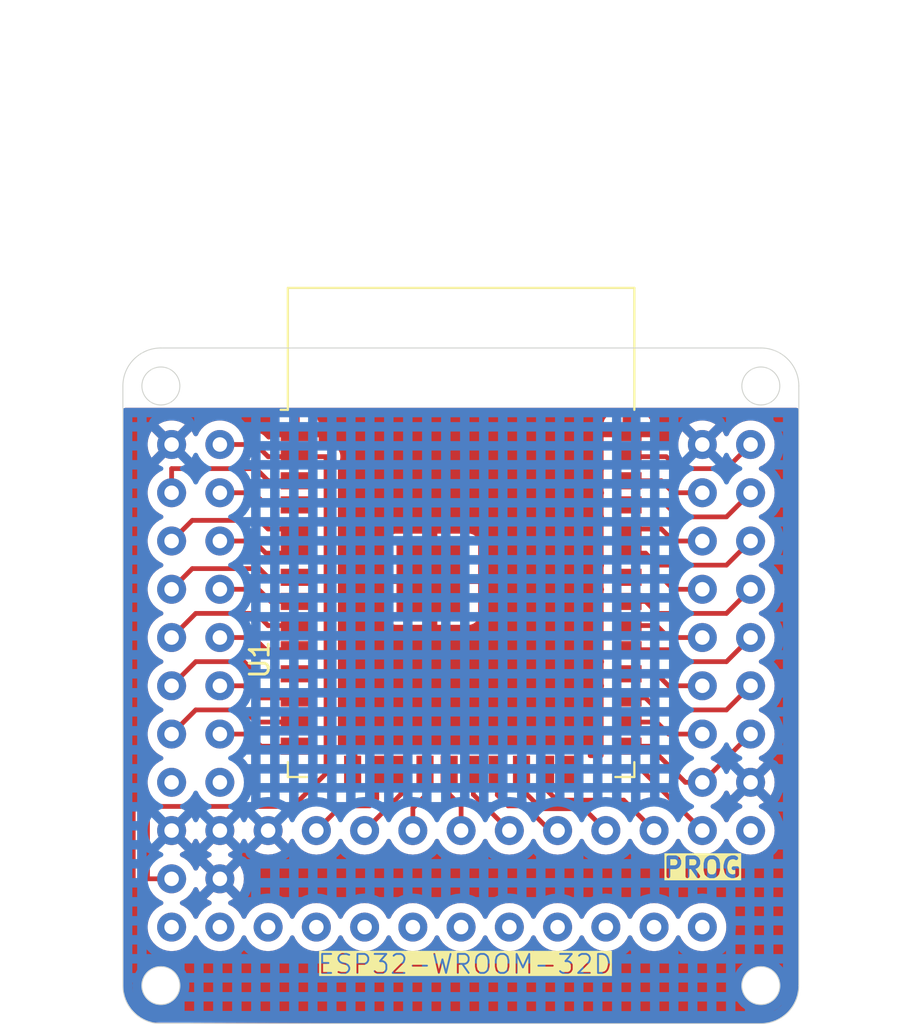
<source format=kicad_pcb>
(kicad_pcb (version 20240108) (generator "pcbnew") (generator_version "8.0")
  (layers (0 "F.Cu" signal) (31 "B.Cu" signal) (34 "B.Paste" user) (35 "F.Paste" user) (36 "B.SilkS" user "B.Silkscreen") (37 "F.SilkS" user "F.Silkscreen") (38 "B.Mask" user) (39 "F.Mask" user) (44 "Edge.Cuts" user))
  (net 0 "")
  (net 1 "unconnected-(U1-VDD-Pad2)")
  (net 2 "unconnected-(U1-EN-Pad3)")
  (net 3 "unconnected-(U1-SENSOR_VP-Pad4)")
  (net 4 "unconnected-(U1-SENSOR_VN-Pad5)")
  (net 5 "unconnected-(U1-IO34-Pad6)")
  (net 6 "unconnected-(U1-IO35-Pad7)")
  (net 7 "unconnected-(U1-IO32-Pad8)")
  (net 8 "unconnected-(U1-IO33-Pad9)")
  (net 9 "unconnected-(U1-IO25-Pad10)")
  (net 10 "unconnected-(U1-IO26-Pad11)")
  (net 11 "unconnected-(U1-IO27-Pad12)")
  (net 12 "unconnected-(U1-IO14-Pad13)")
  (net 13 "unconnected-(U1-IO12-Pad14)")
  (net 14 "unconnected-(U1-IO13-Pad16)")
  (net 15 "unconnected-(U1-SHD{slash}SD2-Pad17)")
  (net 16 "unconnected-(U1-SWP{slash}SD3-Pad18)")
  (net 17 "unconnected-(U1-SCS{slash}CMD-Pad19)")
  (net 18 "unconnected-(U1-SCK{slash}CLK-Pad20)")
  (net 19 "unconnected-(U1-SDO{slash}SD0-Pad21)")
  (net 20 "unconnected-(U1-SDI{slash}SD1-Pad22)")
  (net 21 "unconnected-(U1-IO15-Pad23)")
  (net 22 "unconnected-(U1-IO2-Pad24)")
  (net 23 "unconnected-(U1-IO0-Pad25)")
  (net 24 "unconnected-(U1-IO4-Pad26)")
  (net 25 "unconnected-(U1-IO16-Pad27)")
  (net 26 "unconnected-(U1-IO17-Pad28)")
  (net 27 "unconnected-(U1-IO5-Pad29)")
  (net 28 "unconnected-(U1-IO18-Pad30)")
  (net 29 "unconnected-(U1-IO19-Pad31)")
  (net 30 "unconnected-(U1-NC-Pad32)")
  (net 31 "unconnected-(U1-IO21-Pad33)")
  (net 32 "unconnected-(U1-RXD0{slash}IO3-Pad34)")
  (net 33 "unconnected-(U1-TXD0{slash}IO1-Pad35)")
  (net 34 "unconnected-(U1-IO22-Pad36)")
  (net 35 "unconnected-(U1-IO23-Pad37)")
  (net 37 "GND")
  (footprint "Alexander Footprint Library:ESP32-WROOM-Adapter-Legacy-v2" (layer "F.Cu") (at 160.02 88.9)
    (property "Reference" "U1" (at -10.61 3.7 90) (layer "F.SilkS"))
    (property "Value" "ESP32-WROOM-32D")
    (fp_line (start -9.12 -15.86) (end -9.12 -9.445) (stroke (width 0.12)) (layer "F.SilkS"))
    (fp_line (start -9.12 -15.86) (end 9.12 -15.86) (stroke (width 0.12)) (layer "F.SilkS"))
    (fp_line (start -9.12 -9.445) (end -9.5 -9.445) (stroke (width 0.12)) (layer "F.SilkS"))
    (fp_line (start -9.12 9.1) (end -9.12 9.88) (stroke (width 0.12)) (layer "F.SilkS"))
    (fp_line (start -9.12 9.88) (end -8.12 9.88) (stroke (width 0.12)) (layer "F.SilkS"))
    (fp_line (start 9.12 -15.86) (end 9.12 -9.445) (stroke (width 0.12)) (layer "F.SilkS"))
    (fp_line (start 9.12 9.1) (end 9.12 9.88) (stroke (width 0.12)) (layer "F.SilkS"))
    (fp_line (start 9.12 9.88) (end 8.12 9.88) (stroke (width 0.12)) (layer "F.SilkS"))
    (fp_line (start -17.8054 20.86) (end -17.8054 -10.7) (stroke (width 0.05)) (layer "Edge.Cuts"))
    (fp_line (start -15.8054 -12.7) (end 15.78 -12.7) (stroke (width 0.05)) (layer "Edge.Cuts"))
    (fp_line (start 15.78 22.86) (end -15.8054 22.86) (stroke (width 0.05)) (layer "Edge.Cuts"))
    (fp_line (start 17.78 -10.7) (end 17.78 20.86) (stroke (width 0.05)) (layer "Edge.Cuts"))
    (fp_arc (start -17.8054 -10.7) (mid -17.219614 -12.114214) (end -15.8054 -12.7) (stroke (width 0.05)) (layer "Edge.Cuts"))
    (fp_arc (start -15.8054 22.86) (mid -17.219614 22.274214) (end -17.8054 20.86) (stroke (width 0.05)) (layer "Edge.Cuts"))
    (fp_arc (start 15.78 -12.7) (mid 17.194214 -12.114214) (end 17.78 -10.7) (stroke (width 0.05)) (layer "Edge.Cuts"))
    (fp_arc (start 17.78 20.86) (mid 17.194214 22.274214) (end 15.78 22.86) (stroke (width 0.05)) (layer "Edge.Cuts"))
    (fp_circle (center -15.805401 -10.700001) (end -14.805401 -10.700001) (stroke (width 0.05)) (fill none) (layer "Edge.Cuts"))
    (fp_circle (center -15.805401 20.860001) (end -14.805401 20.860001) (stroke (width 0.05)) (fill none) (layer "Edge.Cuts"))
    (fp_circle (center 15.78 -10.7) (end 16.78 -10.7) (stroke (width 0.05)) (fill none) (layer "Edge.Cuts"))
    (fp_circle (center 15.78 20.86) (end 16.78 20.86) (stroke (width 0.05)) (fill none) (layer "Edge.Cuts"))
    (fp_text user "ESP32-WROOM-32D" (at -7.62 20.32 0) (layer "F.SilkS" knockout) (effects (font (thickness 0.1)) (justify left bottom)))
    (fp_text user "PROG" (at 12.7 15.24 0) (layer "F.SilkS" knockout) (effects (font (thickness 0.2) (bold yes)) (justify bottom)))
    (pad "" thru_hole circle (at -15.24 10.16) (size 1.524 1.524) (drill 0.762) (layers "*.Cu" "*.Mask"))
    (pad "" thru_hole circle (at -15.24 17.78 90) (size 1.524 1.524) (drill 0.762) (layers "*.Cu" "*.Mask"))
    (pad "" thru_hole circle (at -12.7 10.16) (size 1.524 1.524) (drill 0.762) (layers "*.Cu" "*.Mask"))
    (pad "" thru_hole circle (at -12.7 17.78 90) (size 1.524 1.524) (drill 0.762) (layers "*.Cu" "*.Mask"))
    (pad "" thru_hole circle (at -10.16 17.78 90) (size 1.524 1.524) (drill 0.762) (layers "*.Cu" "*.Mask"))
    (pad "" thru_hole circle (at -7.62 17.78 90) (size 1.524 1.524) (drill 0.762) (layers "*.Cu" "*.Mask"))
    (pad "" thru_hole circle (at -5.08 17.78 90) (size 1.524 1.524) (drill 0.762) (layers "*.Cu" "*.Mask"))
    (pad "" thru_hole circle (at -2.54 17.78 90) (size 1.524 1.524) (drill 0.762) (layers "*.Cu" "*.Mask"))
    (pad "" thru_hole circle (at 0 17.78 90) (size 1.524 1.524) (drill 0.762) (layers "*.Cu" "*.Mask"))
    (pad "" thru_hole circle (at 2.54 17.78 90) (size 1.524 1.524) (drill 0.762) (layers "*.Cu" "*.Mask"))
    (pad "" thru_hole circle (at 5.08 17.78 90) (size 1.524 1.524) (drill 0.762) (layers "*.Cu" "*.Mask"))
    (pad "" thru_hole circle (at 7.62 17.78 90) (size 1.524 1.524) (drill 0.762) (layers "*.Cu" "*.Mask"))
    (pad "" thru_hole circle (at 10.16 17.78 90) (size 1.524 1.524) (drill 0.762) (layers "*.Cu" "*.Mask"))
    (pad "" thru_hole circle (at 12.7 17.78 90) (size 1.524 1.524) (drill 0.762) (layers "*.Cu" "*.Mask"))
    (pad "" thru_hole circle (at 15.24 12.7 90) (size 1.524 1.524) (drill 0.762) (layers "*.Cu" "*.Mask"))
    (pad "1" thru_hole circle (at -15.24 -7.62) (size 1.524 1.524) (drill 0.762) (layers "*.Cu" "*.Mask") (net 37 "GND"))
    (pad "1" smd rect (at -8.75 -8.25) (size 1.5 0.9) (layers "F.Cu" "F.Paste" "F.Mask") (net 37 "GND"))
    (pad "2" thru_hole circle (at -15.24 15.24 90) (size 1.524 1.524) (drill 0.762) (layers "*.Cu" "*.Mask") (net 1 "unconnected-(U1-VDD-Pad2)"))
    (pad "2" thru_hole circle (at -12.7 -7.62) (size 1.524 1.524) (drill 0.762) (layers "*.Cu" "*.Mask") (net 1 "unconnected-(U1-VDD-Pad2)"))
    (pad "2" smd rect (at -8.75 -6.98) (size 1.5 0.9) (layers "F.Cu" "F.Paste" "F.Mask") (net 1 "unconnected-(U1-VDD-Pad2)"))
    (pad "3" thru_hole circle (at -15.24 -5.08) (size 1.524 1.524) (drill 0.762) (layers "*.Cu" "*.Mask") (net 2 "unconnected-(U1-EN-Pad3)"))
    (pad "3" smd rect (at -8.75 -5.71) (size 1.5 0.9) (layers "F.Cu" "F.Paste" "F.Mask") (net 2 "unconnected-(U1-EN-Pad3)"))
    (pad "4" thru_hole circle (at -12.7 -5.08) (size 1.524 1.524) (drill 0.762) (layers "*.Cu" "*.Mask") (net 3 "unconnected-(U1-SENSOR_VP-Pad4)"))
    (pad "4" smd rect (at -8.75 -4.44) (size 1.5 0.9) (layers "F.Cu" "F.Paste" "F.Mask") (net 3 "unconnected-(U1-SENSOR_VP-Pad4)"))
    (pad "5" thru_hole circle (at -15.24 -2.54) (size 1.524 1.524) (drill 0.762) (layers "*.Cu" "*.Mask") (net 4 "unconnected-(U1-SENSOR_VN-Pad5)"))
    (pad "5" smd rect (at -8.75 -3.17) (size 1.5 0.9) (layers "F.Cu" "F.Paste" "F.Mask") (net 4 "unconnected-(U1-SENSOR_VN-Pad5)"))
    (pad "6" thru_hole circle (at -12.7 -2.54) (size 1.524 1.524) (drill 0.762) (layers "*.Cu" "*.Mask") (net 5 "unconnected-(U1-IO34-Pad6)"))
    (pad "6" smd rect (at -8.75 -1.9) (size 1.5 0.9) (layers "F.Cu" "F.Paste" "F.Mask") (net 5 "unconnected-(U1-IO34-Pad6)"))
    (pad "7" thru_hole circle (at -15.24 0) (size 1.524 1.524) (drill 0.762) (layers "*.Cu" "*.Mask") (net 6 "unconnected-(U1-IO35-Pad7)"))
    (pad "7" smd rect (at -8.75 -0.63) (size 1.5 0.9) (layers "F.Cu" "F.Paste" "F.Mask") (net 6 "unconnected-(U1-IO35-Pad7)"))
    (pad "8" thru_hole circle (at -12.7 0) (size 1.524 1.524) (drill 0.762) (layers "*.Cu" "*.Mask") (net 7 "unconnected-(U1-IO32-Pad8)"))
    (pad "8" smd rect (at -8.75 0.64) (size 1.5 0.9) (layers "F.Cu" "F.Paste" "F.Mask") (net 7 "unconnected-(U1-IO32-Pad8)"))
    (pad "9" thru_hole circle (at -15.24 2.54) (size 1.524 1.524) (drill 0.762) (layers "*.Cu" "*.Mask") (net 8 "unconnected-(U1-IO33-Pad9)"))
    (pad "9" smd rect (at -8.75 1.91) (size 1.5 0.9) (layers "F.Cu" "F.Paste" "F.Mask") (net 8 "unconnected-(U1-IO33-Pad9)"))
    (pad "10" thru_hole circle (at -12.7 2.54) (size 1.524 1.524) (drill 0.762) (layers "*.Cu" "*.Mask") (net 9 "unconnected-(U1-IO25-Pad10)"))
    (pad "10" smd rect (at -8.75 3.18) (size 1.5 0.9) (layers "F.Cu" "F.Paste" "F.Mask") (net 9 "unconnected-(U1-IO25-Pad10)"))
    (pad "11" thru_hole circle (at -15.24 5.08) (size 1.524 1.524) (drill 0.762) (layers "*.Cu" "*.Mask") (net 10 "unconnected-(U1-IO26-Pad11)"))
    (pad "11" smd rect (at -8.75 4.45) (size 1.5 0.9) (layers "F.Cu" "F.Paste" "F.Mask") (net 10 "unconnected-(U1-IO26-Pad11)"))
    (pad "12" thru_hole circle (at -12.7 5.08) (size 1.524 1.524) (drill 0.762) (layers "*.Cu" "*.Mask") (net 11 "unconnected-(U1-IO27-Pad12)"))
    (pad "12" smd rect (at -8.75 5.72) (size 1.5 0.9) (layers "F.Cu" "F.Paste" "F.Mask") (net 11 "unconnected-(U1-IO27-Pad12)"))
    (pad "13" thru_hole circle (at -15.24 7.62) (size 1.524 1.524) (drill 0.762) (layers "*.Cu" "*.Mask") (net 12 "unconnected-(U1-IO14-Pad13)"))
    (pad "13" smd rect (at -8.75 6.99) (size 1.5 0.9) (layers "F.Cu" "F.Paste" "F.Mask") (net 12 "unconnected-(U1-IO14-Pad13)"))
    (pad "14" thru_hole circle (at -12.7 7.62) (size 1.524 1.524) (drill 0.762) (layers "*.Cu" "*.Mask") (net 13 "unconnected-(U1-IO12-Pad14)"))
    (pad "14" smd rect (at -8.75 8.26) (size 1.5 0.9) (layers "F.Cu" "F.Paste" "F.Mask") (net 13 "unconnected-(U1-IO12-Pad14)"))
    (pad "15" thru_hole circle (at -15.24 12.7 90) (size 1.524 1.524) (drill 0.762) (layers "*.Cu" "*.Mask") (net 37 "GND"))
    (pad "15" thru_hole circle (at -12.7 12.7 90) (size 1.524 1.524) (drill 0.762) (layers "*.Cu" "*.Mask") (net 37 "GND"))
    (pad "15" thru_hole circle (at -12.7 15.24 90) (size 1.524 1.524) (drill 0.762) (layers "*.Cu" "*.Mask") (net 37 "GND"))
    (pad "15" thru_hole circle (at -10.16 12.7 90) (size 1.524 1.524) (drill 0.762) (layers "*.Cu" "*.Mask") (net 37 "GND"))
    (pad "15" smd rect (at -5.71 9.51 90) (size 1.5 0.9) (layers "F.Cu" "F.Paste" "F.Mask") (net 37 "GND"))
    (pad "16" thru_hole circle (at -7.62 12.7 90) (size 1.524 1.524) (drill 0.762) (layers "*.Cu" "*.Mask") (net 14 "unconnected-(U1-IO13-Pad16)"))
    (pad "16" smd rect (at -4.44 9.51 90) (size 1.5 0.9) (layers "F.Cu" "F.Paste" "F.Mask") (net 14 "unconnected-(U1-IO13-Pad16)"))
    (pad "17" thru_hole circle (at -5.08 12.7 90) (size 1.524 1.524) (drill 0.762) (layers "*.Cu" "*.Mask") (net 15 "unconnected-(U1-SHD{slash}SD2-Pad17)"))
    (pad "17" smd rect (at -3.17 9.51 90) (size 1.5 0.9) (layers "F.Cu" "F.Paste" "F.Mask") (net 15 "unconnected-(U1-SHD{slash}SD2-Pad17)"))
    (pad "18" thru_hole circle (at -2.54 12.7 90) (size 1.524 1.524) (drill 0.762) (layers "*.Cu" "*.Mask") (net 16 "unconnected-(U1-SWP{slash}SD3-Pad18)"))
    (pad "18" smd rect (at -1.9 9.51 90) (size 1.5 0.9) (layers "F.Cu" "F.Paste" "F.Mask") (net 16 "unconnected-(U1-SWP{slash}SD3-Pad18)"))
    (pad "19" smd rect (at -0.63 9.51 90) (size 1.5 0.9) (layers "F.Cu" "F.Paste" "F.Mask") (net 17 "unconnected-(U1-SCS{slash}CMD-Pad19)"))
    (pad "19" thru_hole circle (at 0 12.7 90) (size 1.524 1.524) (drill 0.762) (layers "*.Cu" "*.Mask") (net 17 "unconnected-(U1-SCS{slash}CMD-Pad19)"))
    (pad "20" smd rect (at 0.64 9.51 90) (size 1.5 0.9) (layers "F.Cu" "F.Paste" "F.Mask") (net 18 "unconnected-(U1-SCK{slash}CLK-Pad20)"))
    (pad "20" thru_hole circle (at 2.54 12.7 90) (size 1.524 1.524) (drill 0.762) (layers "*.Cu" "*.Mask") (net 18 "unconnected-(U1-SCK{slash}CLK-Pad20)"))
    (pad "21" smd rect (at 1.91 9.51 90) (size 1.5 0.9) (layers "F.Cu" "F.Paste" "F.Mask") (net 19 "unconnected-(U1-SDO{slash}SD0-Pad21)"))
    (pad "21" thru_hole circle (at 5.08 12.7 90) (size 1.524 1.524) (drill 0.762) (layers "*.Cu" "*.Mask") (net 19 "unconnected-(U1-SDO{slash}SD0-Pad21)"))
    (pad "22" smd rect (at 3.18 9.51 90) (size 1.5 0.9) (layers "F.Cu" "F.Paste" "F.Mask") (net 20 "unconnected-(U1-SDI{slash}SD1-Pad22)"))
    (pad "22" thru_hole circle (at 7.62 12.7 90) (size 1.524 1.524) (drill 0.762) (layers "*.Cu" "*.Mask") (net 20 "unconnected-(U1-SDI{slash}SD1-Pad22)"))
    (pad "23" smd rect (at 4.45 9.51 90) (size 1.5 0.9) (layers "F.Cu" "F.Paste" "F.Mask") (net 21 "unconnected-(U1-IO15-Pad23)"))
    (pad "23" thru_hole circle (at 10.16 12.7 90) (size 1.524 1.524) (drill 0.762) (layers "*.Cu" "*.Mask") (net 21 "unconnected-(U1-IO15-Pad23)"))
    (pad "24" smd rect (at 5.72 9.51 90) (size 1.5 0.9) (layers "F.Cu" "F.Paste" "F.Mask") (net 22 "unconnected-(U1-IO2-Pad24)"))
    (pad "24" thru_hole circle (at 12.7 12.7 90) (size 1.524 1.524) (drill 0.762) (layers "*.Cu" "*.Mask") (net 22 "unconnected-(U1-IO2-Pad24)"))
    (pad "25" smd rect (at 8.75 8.26) (size 1.5 0.9) (layers "F.Cu" "F.Paste" "F.Mask") (net 23 "unconnected-(U1-IO0-Pad25)"))
    (pad "25" thru_hole circle (at 12.7 10.16) (size 1.524 1.524) (drill 0.762) (layers "*.Cu" "*.Mask") (net 23 "unconnected-(U1-IO0-Pad25)"))
    (pad "25" thru_hole circle (at 15.24 7.62) (size 1.524 1.524) (drill 0.762) (layers "*.Cu" "*.Mask") (net 23 "unconnected-(U1-IO0-Pad25)"))
    (pad "26" smd rect (at 8.75 6.99) (size 1.5 0.9) (layers "F.Cu" "F.Paste" "F.Mask") (net 24 "unconnected-(U1-IO4-Pad26)"))
    (pad "26" thru_hole circle (at 12.7 7.62) (size 1.524 1.524) (drill 0.762) (layers "*.Cu" "*.Mask") (net 24 "unconnected-(U1-IO4-Pad26)"))
    (pad "27" smd rect (at 8.75 5.72) (size 1.5 0.9) (layers "F.Cu" "F.Paste" "F.Mask") (net 25 "unconnected-(U1-IO16-Pad27)"))
    (pad "27" thru_hole circle (at 15.24 5.08) (size 1.524 1.524) (drill 0.762) (layers "*.Cu" "*.Mask") (net 25 "unconnected-(U1-IO16-Pad27)"))
    (pad "28" smd rect (at 8.75 4.45) (size 1.5 0.9) (layers "F.Cu" "F.Paste" "F.Mask") (net 26 "unconnected-(U1-IO17-Pad28)"))
    (pad "28" thru_hole circle (at 12.7 5.08) (size 1.524 1.524) (drill 0.762) (layers "*.Cu" "*.Mask") (net 26 "unconnected-(U1-IO17-Pad28)"))
    (pad "29" smd rect (at 8.75 3.18) (size 1.5 0.9) (layers "F.Cu" "F.Paste" "F.Mask") (net 27 "unconnected-(U1-IO5-Pad29)"))
    (pad "29" thru_hole circle (at 15.24 2.54) (size 1.524 1.524) (drill 0.762) (layers "*.Cu" "*.Mask") (net 27 "unconnected-(U1-IO5-Pad29)"))
    (pad "30" smd rect (at 8.75 1.91) (size 1.5 0.9) (layers "F.Cu" "F.Paste" "F.Mask") (net 28 "unconnected-(U1-IO18-Pad30)"))
    (pad "30" thru_hole circle (at 12.7 2.54) (size 1.524 1.524) (drill 0.762) (layers "*.Cu" "*.Mask") (net 28 "unconnected-(U1-IO18-Pad30)"))
    (pad "31" smd rect (at 8.75 0.64) (size 1.5 0.9) (layers "F.Cu" "F.Paste" "F.Mask") (net 29 "unconnected-(U1-IO19-Pad31)"))
    (pad "31" thru_hole circle (at 15.24 0) (size 1.524 1.524) (drill 0.762) (layers "*.Cu" "*.Mask") (net 29 "unconnected-(U1-IO19-Pad31)"))
    (pad "32" smd rect (at 8.75 -0.63) (size 1.5 0.9) (layers "F.Cu" "F.Paste" "F.Mask"))
    (pad "32" thru_hole circle (at 12.7 0) (size 1.524 1.524) (drill 0.762) (layers "*.Cu" "*.Mask") (net 30 "unconnected-(U1-NC-Pad32)"))
    (pad "33" smd rect (at 8.75 -1.9) (size 1.5 0.9) (layers "F.Cu" "F.Paste" "F.Mask") (net 31 "unconnected-(U1-IO21-Pad33)"))
    (pad "33" thru_hole circle (at 15.24 -2.54) (size 1.524 1.524) (drill 0.762) (layers "*.Cu" "*.Mask") (net 31 "unconnected-(U1-IO21-Pad33)"))
    (pad "34" smd rect (at 8.75 -3.17) (size 1.5 0.9) (layers "F.Cu" "F.Paste" "F.Mask") (net 32 "unconnected-(U1-RXD0{slash}IO3-Pad34)"))
    (pad "34" thru_hole circle (at 12.7 -2.54) (size 1.524 1.524) (drill 0.762) (layers "*.Cu" "*.Mask") (net 32 "unconnected-(U1-RXD0{slash}IO3-Pad34)"))
    (pad "35" smd rect (at 8.75 -4.44) (size 1.5 0.9) (layers "F.Cu" "F.Paste" "F.Mask") (net 33 "unconnected-(U1-TXD0{slash}IO1-Pad35)"))
    (pad "35" thru_hole circle (at 15.24 -5.08) (size 1.524 1.524) (drill 0.762) (layers "*.Cu" "*.Mask") (net 33 "unconnected-(U1-TXD0{slash}IO1-Pad35)"))
    (pad "36" smd rect (at 8.75 -5.71) (size 1.5 0.9) (layers "F.Cu" "F.Paste" "F.Mask") (net 34 "unconnected-(U1-IO22-Pad36)"))
    (pad "36" thru_hole circle (at 12.7 -5.08) (size 1.524 1.524) (drill 0.762) (layers "*.Cu" "*.Mask") (net 34 "unconnected-(U1-IO22-Pad36)"))
    (pad "37" smd rect (at 8.75 -6.98) (size 1.5 0.9) (layers "F.Cu" "F.Paste" "F.Mask") (net 35 "unconnected-(U1-IO23-Pad37)"))
    (pad "37" thru_hole circle (at 15.24 -7.62) (size 1.524 1.524) (drill 0.762) (layers "*.Cu" "*.Mask") (net 35 "unconnected-(U1-IO23-Pad37)"))
    (pad "38" smd rect (at 8.75 -8.25) (size 1.5 0.9) (layers "F.Cu" "F.Paste" "F.Mask") (net 37 "GND"))
    (pad "38" thru_hole circle (at 12.7 -7.62) (size 1.524 1.524) (drill 0.762) (layers "*.Cu" "*.Mask") (net 37 "GND"))
    (pad "38" thru_hole circle (at 15.24 10.16) (size 1.524 1.524) (drill 0.762) (layers "*.Cu" "*.Mask") (net 37 "GND"))
    (pad "39" smd rect (at -1.5 -0.53) (size 3.8 3.8) (layers "F.Cu" "F.Mask") (net 37 "GND"))
    (zone (net 0) (net_name "") (layers "*.Cu") (connect_pads (clearance 0)) (min_thickness 0.254)
      (keepout (tracks not_allowed) (vias not_allowed) (pads not_allowed) (copperpour not_allowed) (footprints not_allowed))
      (fill (thermal_gap 0.508) (thermal_bridge_width 0.508))
      (polygon (pts (xy 136.02 79.35) (xy 184.02 79.35) (xy 184.02 58.16) (xy 136.02 58.16)))
    )
  )
  (segment (start 151.17 100.33) (end 152.908 98.592) (width 0.25) (layer "F.Cu") (net 1))
  (segment (start 152.908 98.592) (end 152.908 82.052) (width 0.25) (layer "F.Cu") (net 1))
  (segment (start 149.22 81.28) (end 149.86 81.92) (width 0.25) (layer "F.Cu") (net 1))
  (segment (start 151.27 81.92) (end 149.86 81.92) (width 0.25) (layer "F.Cu") (net 1))
  (segment (start 143.51 104.14) (end 143.51 100.584) (width 0.25) (layer "F.Cu") (net 1))
  (segment (start 147.32 81.28) (end 149.22 81.28) (width 0.25) (layer "F.Cu") (net 1))
  (segment (start 143.764 100.33) (end 151.17 100.33) (width 0.25) (layer "F.Cu") (net 1))
  (segment (start 153.04 81.92) (end 151.27 81.92) (width 0.25) (layer "F.Cu") (net 1))
  (segment (start 152.908 82.052) (end 153.04 81.92) (width 0.25) (layer "F.Cu") (net 1))
  (segment (start 143.51 100.584) (end 143.764 100.33) (width 0.25) (layer "F.Cu") (net 1))
  (segment (start 144.78 104.14) (end 143.51 104.14) (width 0.25) (layer "F.Cu") (net 1))
  (segment (start 149.22 82.55) (end 144.78 82.55) (width 0.25) (layer "F.Cu") (net 2))
  (segment (start 149.86 83.19) (end 149.22 82.55) (width 0.25) (layer "F.Cu") (net 2))
  (segment (start 151.27 83.19) (end 149.86 83.19) (width 0.25) (layer "F.Cu") (net 2))
  (segment (start 144.78 82.55) (end 144.78 83.82) (width 0.25) (layer "F.Cu") (net 2))
  (segment (start 147.32 83.82) (end 149.098 83.82) (width 0.25) (layer "F.Cu") (net 3))
  (segment (start 149.098 83.82) (end 149.738 84.46) (width 0.25) (layer "F.Cu") (net 3))
  (segment (start 149.738 84.46) (end 151.27 84.46) (width 0.25) (layer "F.Cu") (net 3))
  (segment (start 151.27 85.73) (end 149.86 85.73) (width 0.25) (layer "F.Cu") (net 4))
  (segment (start 144.78 86.36) (end 145.867 85.273) (width 0.25) (layer "F.Cu") (net 4))
  (segment (start 145.867 85.273) (end 149.403 85.273) (width 0.25) (layer "F.Cu") (net 4))
  (segment (start 149.403 85.273) (end 149.86 85.73) (width 0.25) (layer "F.Cu") (net 4))
  (segment (start 149.098 86.36) (end 147.32 86.36) (width 0.25) (layer "F.Cu") (net 5))
  (segment (start 149.738 87) (end 149.098 86.36) (width 0.25) (layer "F.Cu") (net 5))
  (segment (start 151.27 87) (end 149.738 87) (width 0.25) (layer "F.Cu") (net 5))
  (segment (start 144.78 88.9) (end 145.867 87.813) (width 0.25) (layer "F.Cu") (net 6))
  (segment (start 151.27 88.27) (end 149.86 88.27) (width 0.25) (layer "F.Cu") (net 6))
  (segment (start 145.867 87.813) (end 149.403 87.813) (width 0.25) (layer "F.Cu") (net 6))
  (segment (start 149.403 87.813) (end 149.86 88.27) (width 0.25) (layer "F.Cu") (net 6))
  (segment (start 151.27 89.54) (end 149.992 89.54) (width 0.25) (layer "F.Cu") (net 7))
  (segment (start 149.352 88.9) (end 147.32 88.9) (width 0.25) (layer "F.Cu") (net 7))
  (segment (start 149.992 89.54) (end 149.352 88.9) (width 0.25) (layer "F.Cu") (net 7))
  (segment (start 149.22 90.17) (end 149.86 90.81) (width 0.25) (layer "F.Cu") (net 8))
  (segment (start 146.05 90.17) (end 149.22 90.17) (width 0.25) (layer "F.Cu") (net 8))
  (segment (start 144.78 91.44) (end 146.05 90.17) (width 0.25) (layer "F.Cu") (net 8))
  (segment (start 149.86 90.81) (end 151.27 90.81) (width 0.25) (layer "F.Cu") (net 8))
  (segment (start 149.738 92.08) (end 149.098 91.44) (width 0.25) (layer "F.Cu") (net 9))
  (segment (start 151.27 92.08) (end 149.738 92.08) (width 0.25) (layer "F.Cu") (net 9))
  (segment (start 149.098 91.44) (end 147.32 91.44) (width 0.25) (layer "F.Cu") (net 9))
  (segment (start 148.59 92.71) (end 146.05 92.71) (width 0.25) (layer "F.Cu") (net 10))
  (segment (start 149.23 93.35) (end 148.59 92.71) (width 0.25) (layer "F.Cu") (net 10))
  (segment (start 146.05 92.71) (end 144.78 93.98) (width 0.25) (layer "F.Cu") (net 10))
  (segment (start 151.27 93.35) (end 149.23 93.35) (width 0.25) (layer "F.Cu") (net 10))
  (segment (start 151.27 94.62) (end 149.23 94.62) (width 0.25) (layer "F.Cu") (net 11))
  (segment (start 148.59 93.98) (end 147.32 93.98) (width 0.25) (layer "F.Cu") (net 11))
  (segment (start 149.23 94.62) (end 148.59 93.98) (width 0.25) (layer "F.Cu") (net 11))
  (segment (start 144.78 96.52) (end 146.05 95.25) (width 0.25) (layer "F.Cu") (net 12))
  (segment (start 146.05 95.25) (end 148.59 95.25) (width 0.25) (layer "F.Cu") (net 12))
  (segment (start 149.23 95.89) (end 151.27 95.89) (width 0.25) (layer "F.Cu") (net 12))
  (segment (start 148.59 95.25) (end 149.23 95.89) (width 0.25) (layer "F.Cu") (net 12))
  (segment (start 148.844 96.52) (end 147.32 96.52) (width 0.25) (layer "F.Cu") (net 13))
  (segment (start 149.484 97.16) (end 148.844 96.52) (width 0.25) (layer "F.Cu") (net 13))
  (segment (start 151.27 97.16) (end 149.484 97.16) (width 0.25) (layer "F.Cu") (net 13))
  (segment (start 155.58 99.92) (end 155.58 98.41) (width 0.25) (layer "F.Cu") (net 14))
  (segment (start 153.7 100.3) (end 155.2 100.3) (width 0.25) (layer "F.Cu") (net 14))
  (segment (start 152.4 101.6) (end 153.7 100.3) (width 0.25) (layer "F.Cu") (net 14))
  (segment (start 155.2 100.3) (end 155.58 99.92) (width 0.25) (layer "F.Cu") (net 14))
  (segment (start 154.94 101.6) (end 156.85 99.69) (width 0.25) (layer "F.Cu") (net 15))
  (segment (start 156.85 99.69) (end 156.85 98.41) (width 0.25) (layer "F.Cu") (net 15))
  (segment (start 157.48 100.42) (end 158.12 99.78) (width 0.25) (layer "F.Cu") (net 16))
  (segment (start 158.12 99.78) (end 158.12 98.41) (width 0.25) (layer "F.Cu") (net 16))
  (segment (start 157.48 101.6) (end 157.48 100.42) (width 0.25) (layer "F.Cu") (net 16))
  (segment (start 160.02 101.6) (end 160.02 100.32) (width 0.25) (layer "F.Cu") (net 17))
  (segment (start 159.39 99.69) (end 159.39 98.41) (width 0.25) (layer "F.Cu") (net 17))
  (segment (start 160.02 100.32) (end 159.39 99.69) (width 0.25) (layer "F.Cu") (net 17))
  (segment (start 162.56 101.6) (end 160.66 99.7) (width 0.25) (layer "F.Cu") (net 18))
  (segment (start 160.66 99.7) (end 160.66 98.41) (width 0.25) (layer "F.Cu") (net 18))
  (segment (start 163.4 100.3) (end 162.5 100.3) (width 0.25) (layer "F.Cu") (net 19))
  (segment (start 161.93 99.73) (end 161.93 98.41) (width 0.25) (layer "F.Cu") (net 19))
  (segment (start 164.7 101.6) (end 163.4 100.3) (width 0.25) (layer "F.Cu") (net 19))
  (segment (start 165.1 101.6) (end 164.7 101.6) (width 0.25) (layer "F.Cu") (net 19))
  (segment (start 162.5 100.3) (end 161.93 99.73) (width 0.25) (layer "F.Cu") (net 19))
  (segment (start 163.2 99.41) (end 164.24 100.45) (width 0.25) (layer "F.Cu") (net 20))
  (segment (start 166.49 100.45) (end 167.64 101.6) (width 0.25) (layer "F.Cu") (net 20))
  (segment (start 164.24 100.45) (end 166.49 100.45) (width 0.25) (layer "F.Cu") (net 20))
  (segment (start 163.2 98.41) (end 163.2 99.41) (width 0.25) (layer "F.Cu") (net 20))
  (segment (start 168.58 100) (end 170.18 101.6) (width 0.25) (layer "F.Cu") (net 21))
  (segment (start 165.06 100) (end 168.58 100) (width 0.25) (layer "F.Cu") (net 21))
  (segment (start 164.47 98.41) (end 164.47 99.41) (width 0.25) (layer "F.Cu") (net 21))
  (segment (start 164.47 99.41) (end 165.06 100) (width 0.25) (layer "F.Cu") (net 21))
  (segment (start 169.53 98.41) (end 172.72 101.6) (width 0.25) (layer "F.Cu") (net 22))
  (segment (start 165.74 98.41) (end 169.53 98.41) (width 0.25) (layer "F.Cu") (net 22))
  (segment (start 171.826 99.06) (end 172.72 99.06) (width 0.25) (layer "F.Cu") (net 23))
  (segment (start 169.926 97.16) (end 171.826 99.06) (width 0.25) (layer "F.Cu") (net 23))
  (segment (start 172.72 99.06) (end 175.26 96.52) (width 0.25) (layer "F.Cu") (net 23))
  (segment (start 168.77 97.16) (end 169.926 97.16) (width 0.25) (layer "F.Cu") (net 23))
  (segment (start 170.942 96.52) (end 172.72 96.52) (width 0.25) (layer "F.Cu") (net 24))
  (segment (start 170.312 95.89) (end 170.942 96.52) (width 0.25) (layer "F.Cu") (net 24))
  (segment (start 168.77 95.89) (end 170.312 95.89) (width 0.25) (layer "F.Cu") (net 24))
  (segment (start 173.99 95.25) (end 175.26 93.98) (width 0.25) (layer "F.Cu") (net 25))
  (segment (start 169.733 94.62) (end 170.363 95.25) (width 0.25) (layer "F.Cu") (net 25))
  (segment (start 170.363 95.25) (end 173.99 95.25) (width 0.25) (layer "F.Cu") (net 25))
  (segment (start 168.77 94.62) (end 169.733 94.62) (width 0.25) (layer "F.Cu") (net 25))
  (segment (start 168.77 93.35) (end 170.312 93.35) (width 0.25) (layer "F.Cu") (net 26))
  (segment (start 170.942 93.98) (end 172.72 93.98) (width 0.25) (layer "F.Cu") (net 26))
  (segment (start 170.312 93.35) (end 170.942 93.98) (width 0.25) (layer "F.Cu") (net 26))
  (segment (start 171.074 92.08) (end 171.704 92.71) (width 0.25) (layer "F.Cu") (net 27))
  (segment (start 173.99 92.71) (end 175.26 91.44) (width 0.25) (layer "F.Cu") (net 27))
  (segment (start 168.77 92.08) (end 171.074 92.08) (width 0.25) (layer "F.Cu") (net 27))
  (segment (start 171.704 92.71) (end 173.99 92.71) (width 0.25) (layer "F.Cu") (net 27))
  (segment (start 170.942 91.44) (end 172.72 91.44) (width 0.25) (layer "F.Cu") (net 28))
  (segment (start 170.312 90.81) (end 170.942 91.44) (width 0.25) (layer "F.Cu") (net 28))
  (segment (start 168.77 90.81) (end 170.312 90.81) (width 0.25) (layer "F.Cu") (net 28))
  (segment (start 173.99 90.17) (end 175.26 88.9) (width 0.25) (layer "F.Cu") (net 29))
  (segment (start 168.77 89.54) (end 169.733 89.54) (width 0.25) (layer "F.Cu") (net 29))
  (segment (start 170.363 90.17) (end 173.99 90.17) (width 0.25) (layer "F.Cu") (net 29))
  (segment (start 169.733 89.54) (end 170.363 90.17) (width 0.25) (layer "F.Cu") (net 29))
  (segment (start 171.196 88.9) (end 172.72 88.9) (width 0.25) (layer "F.Cu") (net 30))
  (segment (start 168.77 88.27) (end 170.566 88.27) (width 0.25) (layer "F.Cu") (net 30))
  (segment (start 170.566 88.27) (end 171.196 88.9) (width 0.25) (layer "F.Cu") (net 30))
  (segment (start 170.363 87.63) (end 173.99 87.63) (width 0.25) (layer "F.Cu") (net 31))
  (segment (start 173.99 87.63) (end 175.26 86.36) (width 0.25) (layer "F.Cu") (net 31))
  (segment (start 168.77 87) (end 169.733 87) (width 0.25) (layer "F.Cu") (net 31))
  (segment (start 169.733 87) (end 170.363 87.63) (width 0.25) (layer "F.Cu") (net 31))
  (segment (start 168.77 85.73) (end 170.566 85.73) (width 0.25) (layer "F.Cu") (net 32))
  (segment (start 170.566 85.73) (end 171.196 86.36) (width 0.25) (layer "F.Cu") (net 32))
  (segment (start 171.196 86.36) (end 172.72 86.36) (width 0.25) (layer "F.Cu") (net 32))
  (segment (start 170.82 84.46) (end 171.45 85.09) (width 0.25) (layer "F.Cu") (net 33))
  (segment (start 173.99 85.09) (end 175.26 83.82) (width 0.25) (layer "F.Cu") (net 33))
  (segment (start 171.45 85.09) (end 173.99 85.09) (width 0.25) (layer "F.Cu") (net 33))
  (segment (start 168.77 84.46) (end 170.82 84.46) (width 0.25) (layer "F.Cu") (net 33))
  (segment (start 168.77 83.19) (end 170.566 83.19) (width 0.25) (layer "F.Cu") (net 34))
  (segment (start 170.566 83.19) (end 171.196 83.82) (width 0.25) (layer "F.Cu") (net 34))
  (segment (start 171.196 83.82) (end 172.72 83.82) (width 0.25) (layer "F.Cu") (net 34))
  (segment (start 173.99 82.55) (end 175.26 81.28) (width 0.25) (layer "F.Cu") (net 35))
  (segment (start 168.77 81.92) (end 170.82 81.92) (width 0.25) (layer "F.Cu") (net 35))
  (segment (start 170.82 81.92) (end 171.45 82.55) (width 0.25) (layer "F.Cu") (net 35))
  (segment (start 171.45 82.55) (end 173.99 82.55) (width 0.25) (layer "F.Cu") (net 35))
  (zone (net 37) (net_name "GND") (layer "F.Cu") (connect_pads (clearance 0.5)) (min_thickness 0.25) (fill yes (thermal_gap 0.5) (thermal_bridge_width 0.5))
    (polygon (pts (xy 142.2 76.2) (xy 177.8 76.2) (xy 177.8 111.8) (xy 142.2 111.7)))
  )
  (zone (net 37) (net_name "GND") (layer "B.Cu") (priority 1) (connect_pads (clearance 0.5)) (min_thickness 0.25) (fill yes (mode hatch) (thermal_gap 0.5) (thermal_bridge_width 0.5) (hatch_thickness 0.5) (hatch_gap 0.5) (hatch_orientation 0) (hatch_border_algorithm hatch_thickness) (hatch_min_hole_area 0.3))
    (polygon (pts (xy 142.1 76.2) (xy 177.8 76.2) (xy 177.8 111.8) (xy 142 111.7)))
  )
)
</source>
